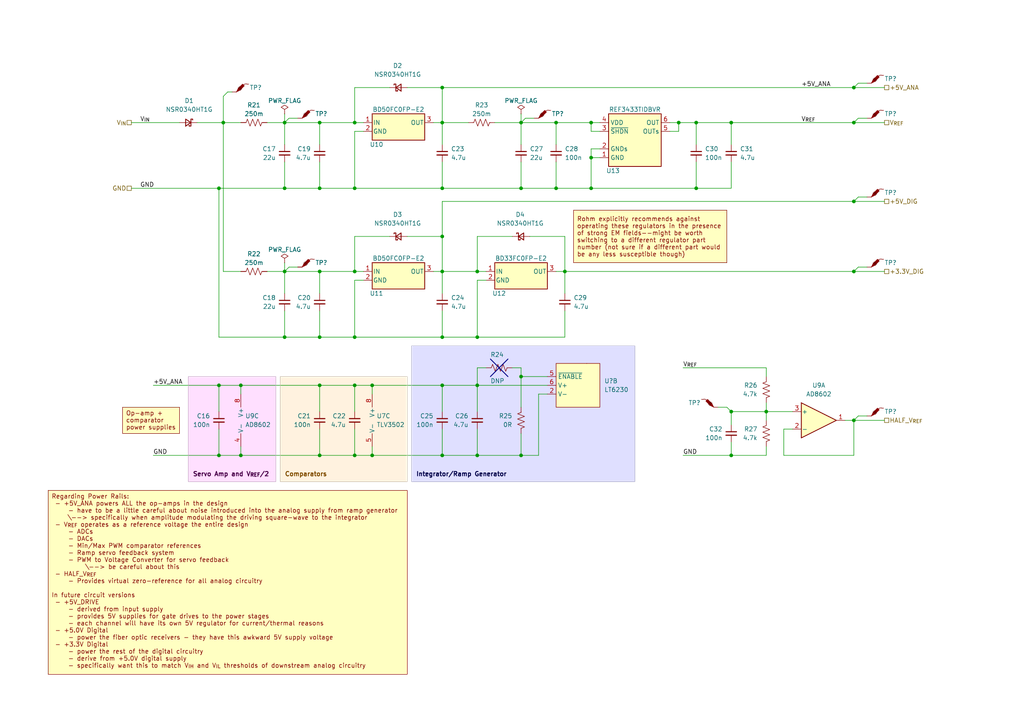
<source format=kicad_sch>
(kicad_sch (version 20230121) (generator eeschema)
  (paper "A4")
  (lib_symbols
    (symbol "Custom-AnalogIC:AD8602" (pin_names (offset 0.127))
      (property "Reference" "U" (at 0 5.08 0))
      (property "Value" "AD8602" (at 0 -5.08 0))
      (symbol "AD8602_1_1"
        (polyline (pts (xy -5.08 5.08) (xy 5.08 0) (xy -5.08 -5.08) (xy -5.08 5.08)) (stroke (width 0.254)) (fill (type background)))
        (pin output line (at 7.62 0 180) (length 2.54) (name "~") (number "1"))
        (pin input line (at -7.62 -2.54 0) (length 2.54) (name "-") (number "2"))
        (pin input line (at -7.62 2.54 0) (length 2.54) (name "+") (number "3"))
      )
      (symbol "AD8602_2_1"
        (polyline (pts (xy -5.08 5.08) (xy 5.08 0) (xy -5.08 -5.08) (xy -5.08 5.08)) (stroke (width 0.254)) (fill (type background)))
        (pin input line (at -7.62 2.54 0) (length 2.54) (name "+") (number "5"))
        (pin input line (at -7.62 -2.54 0) (length 2.54) (name "-") (number "6"))
        (pin output line (at 7.62 0 180) (length 2.54) (name "~") (number "7"))
      )
      (symbol "AD8602_3_1"
        (pin power_in line (at -2.54 -7.62 90) (length 3.81) (name "V-") (number "4"))
        (pin power_in line (at -2.54 7.62 270) (length 3.81) (name "V+") (number "8"))
      )
    )
    (symbol "Custom-AnalogIC:LT6230"
      (property "Reference" "U" (at -6.35 -7.62 0))
      (property "Value" "LT6230" (at -6.35 7.62 0))
      (symbol "LT6230_1_1"
        (polyline (pts (xy -3.81 5.08) (xy 6.35 0) (xy -3.81 -5.08) (xy -3.81 5.08)) (stroke (width 0.254)) (fill (type background)))
        (text "+" (at -2.54 2.54 0) (effects (font (size 1.27 1.27))))
        (text "-" (at -2.54 -2.54 0) (effects (font (size 1.27 1.27))))
        (pin output line (at 8.89 0 180) (length 2.54) (name "~") (number "1"))
        (pin input line (at -6.35 2.54 0) (length 2.54) (name "") (number "3"))
        (pin input line (at -6.35 -2.54 0) (length 2.54) (name "") (number "4"))
      )
      (symbol "LT6230_2_1"
        (rectangle (start -6.35 6.35) (end 6.35 -6.35) (fill (type background)))
        (rectangle (start 2.54 6.35) (end 2.54 6.35))
        (pin power_in line (at -8.89 -2.54 0) (length 2.54) (name "V-") (number "2"))
        (pin input line (at -8.89 2.54 0) (length 2.54) (name "~{ENABLE}") (number "5"))
        (pin power_in line (at -8.89 0 0) (length 2.54) (name "V+") (number "6"))
      )
    )
    (symbol "Custom-AnalogIC:REF3433"
      (property "Reference" "U" (at -6.35 8.89 0))
      (property "Value" "REF3433TIDBVR" (at 0 -8.89 0))
      (symbol "REF3433_0_1"
        (rectangle (start -7.62 7.62) (end 7.62 -7.62) (stroke (width 0.254)) (fill (type background)))
      )
      (symbol "REF3433_1_0"
        (pin power_in line (at -10.16 -5.08 0) (length 2.54) (name "GND") (number "1"))
        (pin input line (at -10.16 -2.54 0) (length 2.54) (name "GNDs") (number "2"))
        (pin input line (at -10.16 2.54 0) (length 2.54) (name "~{SHDN}") (number "3"))
        (pin power_in line (at -10.16 5.08 0) (length 2.54) (name "VDD") (number "4"))
        (pin input line (at 10.16 2.54 180) (length 2.54) (name "OUTs") (number "5"))
        (pin power_out line (at 10.16 5.08 180) (length 2.54) (name "OUT") (number "6"))
      )
    )
    (symbol "Custom-AnalogIC:TLV3502" (pin_names (offset 0.127))
      (property "Reference" "U" (at 0 5.08 0))
      (property "Value" "TLV3502" (at 0 -5.08 0))
      (symbol "TLV3502_1_1"
        (polyline (pts (xy -5.08 5.08) (xy 5.08 0) (xy -5.08 -5.08) (xy -5.08 5.08)) (stroke (width 0.254)) (fill (type background)))
        (pin input line (at -7.62 2.54 0) (length 2.54) (name "+") (number "1"))
        (pin input line (at -7.62 -2.54 0) (length 2.54) (name "-") (number "2"))
        (pin output line (at 7.62 0 180) (length 2.54) (name "~") (number "7"))
      )
      (symbol "TLV3502_2_1"
        (polyline (pts (xy -5.08 5.08) (xy 5.08 0) (xy -5.08 -5.08) (xy -5.08 5.08)) (stroke (width 0.254)) (fill (type background)))
        (pin input line (at -7.62 2.54 0) (length 2.54) (name "+") (number "3"))
        (pin input line (at -7.62 -2.54 0) (length 2.54) (name "-") (number "4"))
        (pin output line (at 7.62 0 180) (length 2.54) (name "~") (number "6"))
      )
      (symbol "TLV3502_3_1"
        (pin power_in line (at -2.54 -7.62 90) (length 3.81) (name "V-") (number "5"))
        (pin power_in line (at -2.54 7.62 270) (length 3.81) (name "V+") (number "8"))
      )
    )
    (symbol "Custom-Capacitor:CL10B104KB8NNWC" (pin_numbers hide) (pin_names (offset 0.254) hide)
      (property "Reference" "C" (at 0.254 1.778 0))
      (property "Value" "100n" (at 0.254 -2.032 0))
      (symbol "CL10B104KB8NNWC_0_1"
        (polyline (pts (xy -1.524 -0.508) (xy 1.524 -0.508)) (stroke (width 0.3302)))
        (polyline (pts (xy -1.524 0.508) (xy 1.524 0.508)) (stroke (width 0.3048)))
      )
      (symbol "CL10B104KB8NNWC_1_1"
        (pin passive line (at 0 2.54 270) (length 2.032) (name "~") (number "1"))
        (pin passive line (at 0 -2.54 90) (length 2.032) (name "~") (number "2"))
      )
    )
    (symbol "Custom-Capacitor:CL21A475KLCLQNC" (pin_numbers hide) (pin_names (offset 0.254) hide)
      (property "Reference" "C" (at 0.254 1.778 0))
      (property "Value" "4.7u" (at 0.254 -2.032 0))
      (symbol "CL21A475KLCLQNC_0_1"
        (polyline (pts (xy -1.524 -0.508) (xy 1.524 -0.508)) (stroke (width 0.3302)))
        (polyline (pts (xy -1.524 0.508) (xy 1.524 0.508)) (stroke (width 0.3048)))
      )
      (symbol "CL21A475KLCLQNC_1_1"
        (pin passive line (at 0 2.54 270) (length 2.032) (name "~") (number "1"))
        (pin passive line (at 0 -2.54 90) (length 2.032) (name "~") (number "2"))
      )
    )
    (symbol "Custom-Capacitor:CL32B226KAJNNNE" (pin_numbers hide) (pin_names (offset 0.254) hide)
      (property "Reference" "C" (at 0.254 1.778 0))
      (property "Value" "22u" (at 0.254 -2.032 0))
      (symbol "CL32B226KAJNNNE_0_1"
        (polyline (pts (xy -1.524 -0.508) (xy 1.524 -0.508)) (stroke (width 0.3302)))
        (polyline (pts (xy -1.524 0.508) (xy 1.524 0.508)) (stroke (width 0.3048)))
      )
      (symbol "CL32B226KAJNNNE_1_1"
        (pin passive line (at 0 2.54 270) (length 2.032) (name "~") (number "1"))
        (pin passive line (at 0 -2.54 90) (length 2.032) (name "~") (number "2"))
      )
    )
    (symbol "Custom-Diode:NSR0340HT1G" (pin_numbers hide) (pin_names (offset 1.016) hide)
      (property "Reference" "D" (at 0 2.54 0))
      (property "Value" "NSR0340HT1G" (at 0 -2.54 0))
      (symbol "NSR0340HT1G_0_1"
        (polyline (pts (xy -0.762 0) (xy 0.762 0)))
        (polyline (pts (xy 0.762 -1.016) (xy -0.762 0) (xy 0.762 1.016) (xy 0.762 -1.016)) (stroke (width 0.254)))
        (polyline (pts (xy -1.27 0.762) (xy -1.27 1.016) (xy -0.762 1.016) (xy -0.762 -1.016) (xy -0.254 -1.016) (xy -0.254 -0.762)) (stroke (width 0.254)))
      )
      (symbol "NSR0340HT1G_1_1"
        (pin passive line (at -2.54 0 0) (length 1.778) (name "K") (number "1"))
        (pin passive line (at 2.54 0 180) (length 1.778) (name "A") (number "2"))
      )
    )
    (symbol "Custom-LogicIC:TestPoint" (in_bom no)
      (property "Reference" "TP" (at 2.54 0 0))
      (symbol "TestPoint_1_1"
        (polyline (pts (xy -0.762 1.27) (xy 0 0.508)) (stroke (width 0) (color 72 0 0 1)))
        (polyline (pts (xy -0.508 1.524) (xy 0.254 0.762)) (stroke (width 0) (color 72 0 0 1)))
        (polyline (pts (xy -1.27 0) (xy -0.762 1.016) (xy -0.254 0.508) (xy -1.27 0)) (fill (type color) (color 132 0 0 1)))
        (polyline (pts (xy -0.762 1.016) (xy 0.508 2.286) (xy 1.016 1.778) (xy -0.254 0.508) (xy -0.762 1.016)) (fill (type color) (color 132 0 0 1)))
        (arc (start 1.778 2.286) (mid 1.2343 2.3019) (end 0.762 2.032))
        (arc (start 1.778 2.286) (mid 2.032 2.258) (end 2.286 2.286))
        (pin passive line (at -2.54 0 0) (length 1.27) (name "") (number "1"))
      )
    )
    (symbol "Custom-PowerIC:BD33FC0FP-E2" (pin_names (offset 0.254))
      (property "Reference" "U" (at -6.35 3.81 0))
      (property "Value" "BD33FC0FP-E2" (at -7.62 -6.35 0))
      (symbol "BD33FC0FP-E2_0_1"
        (rectangle (start -7.62 2.54) (end 7.62 -5.08) (stroke (width 0.254)) (fill (type background)))
      )
      (symbol "BD33FC0FP-E2_1_1"
        (pin power_in line (at -10.16 0 0) (length 2.54) (name "IN") (number "1"))
        (pin power_in line (at -10.16 -2.54 0) (length 2.54) (name "GND") (number "2"))
        (pin power_out line (at 10.16 0 180) (length 2.54) (name "OUT") (number "3"))
      )
    )
    (symbol "Custom-PowerIC:BD50FC0FP-E2" (pin_names (offset 0.254))
      (property "Reference" "U" (at -6.35 3.81 0))
      (property "Value" "BD50FC0FP-E2" (at -7.62 -6.35 0))
      (symbol "BD50FC0FP-E2_0_1"
        (rectangle (start -7.62 2.54) (end 7.62 -5.08) (stroke (width 0.254)) (fill (type background)))
      )
      (symbol "BD50FC0FP-E2_1_1"
        (pin power_in line (at -10.16 0 0) (length 2.54) (name "IN") (number "1"))
        (pin power_in line (at -10.16 -2.54 0) (length 2.54) (name "GND") (number "2"))
        (pin power_out line (at 10.16 0 180) (length 2.54) (name "OUT") (number "3"))
      )
    )
    (symbol "Custom-Resistor:CSR1206FKR250" (pin_numbers hide) (pin_names (offset 0))
      (property "Reference" "R" (at 2.54 0 90))
      (property "Value" "250m" (at -2.54 0 90))
      (symbol "CSR1206FKR250_0_1"
        (polyline (pts (xy 0 -2.286) (xy 0 -2.54)))
        (polyline (pts (xy 0 2.286) (xy 0 2.54)))
        (polyline (pts (xy 0 -0.762) (xy 1.016 -1.143) (xy 0 -1.524) (xy -1.016 -1.905) (xy 0 -2.286)))
        (polyline (pts (xy 0 0.762) (xy 1.016 0.381) (xy 0 0) (xy -1.016 -0.381) (xy 0 -0.762)))
        (polyline (pts (xy 0 2.286) (xy 1.016 1.905) (xy 0 1.524) (xy -1.016 1.143) (xy 0 0.762)))
      )
      (symbol "CSR1206FKR250_1_1"
        (pin passive line (at 0 3.81 270) (length 1.27) (name "~") (number "1"))
        (pin passive line (at 0 -3.81 90) (length 1.27) (name "~") (number "2"))
      )
    )
    (symbol "Custom-Resistor:JUMPER_DNP" (pin_numbers hide) (pin_names (offset 0))
      (property "Reference" "R" (at 2.54 0 90))
      (property "Value" "DNP" (at -2.54 0 90))
      (symbol "JUMPER_DNP_0_1"
        (polyline (pts (xy 0 -2.286) (xy 0 -2.54)))
        (polyline (pts (xy 0 2.286) (xy 0 2.54)))
        (polyline (pts (xy 0 -0.762) (xy 1.016 -1.143) (xy 0 -1.524) (xy -1.016 -1.905) (xy 0 -2.286)))
        (polyline (pts (xy 0 0.762) (xy 1.016 0.381) (xy 0 0) (xy -1.016 -0.381) (xy 0 -0.762)))
        (polyline (pts (xy 0 2.286) (xy 1.016 1.905) (xy 0 1.524) (xy -1.016 1.143) (xy 0 0.762)))
      )
      (symbol "JUMPER_DNP_1_1"
        (polyline (pts (xy -2.54 -2.54) (xy 2.54 2.54)) (stroke (width 0.254) (color 0 0 132 1)))
        (polyline (pts (xy -2.54 2.54) (xy 2.54 -2.54)) (stroke (width 0.254) (color 0 0 132 1)))
        (pin passive line (at 0 3.81 270) (length 1.27) (name "~") (number "1"))
        (pin passive line (at 0 -3.81 90) (length 1.27) (name "~") (number "2"))
      )
    )
    (symbol "Custom-Resistor:RMCF0603FT4K70" (pin_numbers hide) (pin_names (offset 0))
      (property "Reference" "R" (at 2.54 0 90))
      (property "Value" "4.7k" (at -2.54 0 90))
      (symbol "RMCF0603FT4K70_0_1"
        (polyline (pts (xy 0 -2.286) (xy 0 -2.54)))
        (polyline (pts (xy 0 2.286) (xy 0 2.54)))
        (polyline (pts (xy 0 -0.762) (xy 1.016 -1.143) (xy 0 -1.524) (xy -1.016 -1.905) (xy 0 -2.286)))
        (polyline (pts (xy 0 0.762) (xy 1.016 0.381) (xy 0 0) (xy -1.016 -0.381) (xy 0 -0.762)))
        (polyline (pts (xy 0 2.286) (xy 1.016 1.905) (xy 0 1.524) (xy -1.016 1.143) (xy 0 0.762)))
      )
      (symbol "RMCF0603FT4K70_1_1"
        (pin passive line (at 0 3.81 270) (length 1.27) (name "~") (number "1"))
        (pin passive line (at 0 -3.81 90) (length 1.27) (name "~") (number "2"))
      )
    )
    (symbol "Custom-Resistor:RMCF0603ZT0R00" (pin_numbers hide) (pin_names (offset 0))
      (property "Reference" "R" (at 2.54 0 90))
      (property "Value" "0R" (at -2.54 0 90))
      (symbol "RMCF0603ZT0R00_0_1"
        (polyline (pts (xy 0 -2.286) (xy 0 -2.54)))
        (polyline (pts (xy 0 2.286) (xy 0 2.54)))
        (polyline (pts (xy 0 -0.762) (xy 1.016 -1.143) (xy 0 -1.524) (xy -1.016 -1.905) (xy 0 -2.286)))
        (polyline (pts (xy 0 0.762) (xy 1.016 0.381) (xy 0 0) (xy -1.016 -0.381) (xy 0 -0.762)))
        (polyline (pts (xy 0 2.286) (xy 1.016 1.905) (xy 0 1.524) (xy -1.016 1.143) (xy 0 0.762)))
      )
      (symbol "RMCF0603ZT0R00_1_1"
        (pin passive line (at 0 3.81 270) (length 1.27) (name "~") (number "1"))
        (pin passive line (at 0 -3.81 90) (length 1.27) (name "~") (number "2"))
      )
    )
    (symbol "power:PWR_FLAG" (power) (pin_numbers hide) (pin_names (offset 0) hide)
      (property "Value" "PWR_FLAG" (at 0 3.81 0))
      (symbol "PWR_FLAG_0_0"
        (pin power_out line (at 0 0 90) (length 0) (name "pwr") (number "1"))
      )
      (symbol "PWR_FLAG_0_1"
        (polyline (pts (xy 0 0) (xy 0 1.27) (xy -1.016 1.905) (xy 0 2.54) (xy 1.016 1.905) (xy 0 1.27)))
      )
    )
  )
  (junction (at 163.83 78.74))
  (junction (at 138.43 111.76))
  (junction (at 151.13 35.56))
  (junction (at 247.65 78.74))
  (junction (at 92.71 111.76))
  (junction (at 102.87 111.76))
  (junction (at 102.87 35.56))
  (junction (at 107.95 111.76))
  (junction (at 102.87 97.79))
  (junction (at 201.93 54.61))
  (junction (at 212.09 35.56))
  (junction (at 92.71 132.08))
  (junction (at 171.45 35.56))
  (junction (at 128.27 35.56))
  (junction (at 82.55 78.74))
  (junction (at 212.09 132.08))
  (junction (at 92.71 78.74))
  (junction (at 161.29 35.56))
  (junction (at 82.55 54.61))
  (junction (at 171.45 45.72))
  (junction (at 92.71 35.56))
  (junction (at 151.13 132.08))
  (junction (at 161.29 54.61))
  (junction (at 212.09 119.38))
  (junction (at 138.43 97.79))
  (junction (at 138.43 78.74))
  (junction (at 102.87 78.74))
  (junction (at 64.77 35.56))
  (junction (at 196.85 35.56))
  (junction (at 128.27 111.76))
  (junction (at 222.25 119.38))
  (junction (at 128.27 97.79))
  (junction (at 201.93 35.56))
  (junction (at 107.95 132.08))
  (junction (at 102.87 132.08))
  (junction (at 82.55 97.79))
  (junction (at 138.43 132.08))
  (junction (at 247.65 58.42))
  (junction (at 63.5 111.76))
  (junction (at 128.27 25.4))
  (junction (at 69.85 111.76))
  (junction (at 92.71 97.79))
  (junction (at 247.65 35.56))
  (junction (at 92.71 54.61))
  (junction (at 102.87 54.61))
  (junction (at 171.45 54.61))
  (junction (at 151.13 109.22))
  (junction (at 128.27 68.58))
  (junction (at 63.5 54.61))
  (junction (at 128.27 78.74))
  (junction (at 247.65 25.4))
  (junction (at 247.65 121.92))
  (junction (at 128.27 54.61))
  (junction (at 151.13 54.61))
  (junction (at 69.85 132.08))
  (junction (at 82.55 35.56))
  (junction (at 128.27 132.08))
  (junction (at 63.5 132.08))
  (wire (pts (xy 248.92 120.65) (xy 251.46 120.65)))
  (wire (pts (xy 118.11 68.58) (xy 128.27 68.58)))
  (wire (pts (xy 194.31 38.1) (xy 196.85 38.1)))
  (wire (pts (xy 212.09 132.08) (xy 222.25 132.08)))
  (wire (pts (xy 171.45 35.56) (xy 171.45 38.1)))
  (wire (pts (xy 138.43 111.76) (xy 138.43 119.38)))
  (wire (pts (xy 151.13 35.56) (xy 152.4 34.29)))
  (wire (pts (xy 151.13 46.99) (xy 151.13 54.61)))
  (wire (pts (xy 44.45 132.08) (xy 63.5 132.08)))
  (wire (pts (xy 248.92 77.47) (xy 251.46 77.47)))
  (wire (pts (xy 82.55 90.17) (xy 82.55 97.79)))
  (wire (pts (xy 151.13 109.22) (xy 158.75 109.22)))
  (wire (pts (xy 38.1 54.61) (xy 63.5 54.61)))
  (wire (pts (xy 92.71 111.76) (xy 92.71 119.38)))
  (wire (pts (xy 222.25 119.38) (xy 222.25 121.92)))
  (wire (pts (xy 171.45 54.61) (xy 201.93 54.61)))
  (wire (pts (xy 248.92 34.29) (xy 251.46 34.29)))
  (wire (pts (xy 156.21 114.3) (xy 156.21 132.08)))
  (wire (pts (xy 63.5 54.61) (xy 63.5 97.79)))
  (wire (pts (xy 107.95 129.54) (xy 107.95 132.08)))
  (wire (pts (xy 163.83 78.74) (xy 163.83 85.09)))
  (wire (pts (xy 92.71 35.56) (xy 102.87 35.56)))
  (wire (pts (xy 92.71 90.17) (xy 92.71 97.79)))
  (wire (pts (xy 102.87 132.08) (xy 107.95 132.08)))
  (wire (pts (xy 102.87 111.76) (xy 102.87 119.38)))
  (wire (pts (xy 82.55 35.56) (xy 82.55 41.91)))
  (wire (pts (xy 77.47 35.56) (xy 82.55 35.56)))
  (wire (pts (xy 163.83 78.74) (xy 247.65 78.74)))
  (wire (pts (xy 212.09 128.27) (xy 212.09 132.08)))
  (wire (pts (xy 102.87 97.79) (xy 128.27 97.79)))
  (wire (pts (xy 151.13 109.22) (xy 151.13 106.68)))
  (wire (pts (xy 222.25 116.84) (xy 222.25 119.38)))
  (wire (pts (xy 201.93 35.56) (xy 196.85 35.56)))
  (wire (pts (xy 128.27 111.76) (xy 138.43 111.76)))
  (wire (pts (xy 125.73 35.56) (xy 128.27 35.56)))
  (wire (pts (xy 138.43 106.68) (xy 138.43 111.76)))
  (wire (pts (xy 63.5 97.79) (xy 82.55 97.79)))
  (wire (pts (xy 151.13 33.02) (xy 151.13 35.56)))
  (wire (pts (xy 69.85 111.76) (xy 92.71 111.76)))
  (wire (pts (xy 128.27 46.99) (xy 128.27 54.61)))
  (wire (pts (xy 201.93 46.99) (xy 201.93 54.61)))
  (wire (pts (xy 63.5 119.38) (xy 63.5 111.76)))
  (wire (pts (xy 102.87 111.76) (xy 107.95 111.76)))
  (wire (pts (xy 173.99 38.1) (xy 171.45 38.1)))
  (wire (pts (xy 212.09 119.38) (xy 222.25 119.38)))
  (wire (pts (xy 82.55 35.56) (xy 92.71 35.56)))
  (wire (pts (xy 171.45 45.72) (xy 173.99 45.72)))
  (wire (pts (xy 69.85 132.08) (xy 92.71 132.08)))
  (wire (pts (xy 92.71 78.74) (xy 92.71 85.09)))
  (wire (pts (xy 247.65 25.4) (xy 256.54 25.4)))
  (wire (pts (xy 138.43 124.46) (xy 138.43 132.08)))
  (wire (pts (xy 102.87 38.1) (xy 102.87 54.61)))
  (wire (pts (xy 151.13 132.08) (xy 156.21 132.08)))
  (wire (pts (xy 128.27 97.79) (xy 138.43 97.79)))
  (wire (pts (xy 171.45 35.56) (xy 173.99 35.56)))
  (wire (pts (xy 128.27 132.08) (xy 138.43 132.08)))
  (wire (pts (xy 107.95 111.76) (xy 107.95 114.3)))
  (wire (pts (xy 212.09 35.56) (xy 201.93 35.56)))
  (wire (pts (xy 247.65 58.42) (xy 256.54 58.42)))
  (wire (pts (xy 201.93 35.56) (xy 201.93 41.91)))
  (wire (pts (xy 201.93 54.61) (xy 212.09 54.61)))
  (wire (pts (xy 92.71 132.08) (xy 102.87 132.08)))
  (wire (pts (xy 161.29 78.74) (xy 163.83 78.74)))
  (wire (pts (xy 92.71 35.56) (xy 92.71 41.91)))
  (wire (pts (xy 151.13 125.73) (xy 151.13 132.08)))
  (wire (pts (xy 92.71 111.76) (xy 102.87 111.76)))
  (wire (pts (xy 212.09 35.56) (xy 247.65 35.56)))
  (wire (pts (xy 83.82 77.47) (xy 86.36 77.47)))
  (wire (pts (xy 140.97 81.28) (xy 138.43 81.28)))
  (wire (pts (xy 128.27 68.58) (xy 128.27 78.74)))
  (wire (pts (xy 82.55 78.74) (xy 83.82 77.47)))
  (wire (pts (xy 102.87 54.61) (xy 128.27 54.61)))
  (wire (pts (xy 151.13 106.68) (xy 148.59 106.68)))
  (wire (pts (xy 125.73 78.74) (xy 128.27 78.74)))
  (wire (pts (xy 248.92 24.13) (xy 251.46 24.13)))
  (wire (pts (xy 128.27 111.76) (xy 128.27 119.38)))
  (wire (pts (xy 212.09 119.38) (xy 210.82 118.11)))
  (wire (pts (xy 163.83 68.58) (xy 163.83 78.74)))
  (wire (pts (xy 69.85 129.54) (xy 69.85 132.08)))
  (wire (pts (xy 247.65 25.4) (xy 248.92 24.13)))
  (wire (pts (xy 138.43 81.28) (xy 138.43 97.79)))
  (wire (pts (xy 198.12 106.68) (xy 222.25 106.68)))
  (wire (pts (xy 82.55 46.99) (xy 82.55 54.61)))
  (wire (pts (xy 64.77 27.94) (xy 64.77 35.56)))
  (wire (pts (xy 247.65 121.92) (xy 245.11 121.92)))
  (wire (pts (xy 247.65 58.42) (xy 248.92 57.15)))
  (wire (pts (xy 222.25 129.54) (xy 222.25 132.08)))
  (wire (pts (xy 92.71 54.61) (xy 102.87 54.61)))
  (wire (pts (xy 57.15 35.56) (xy 64.77 35.56)))
  (wire (pts (xy 140.97 106.68) (xy 138.43 106.68)))
  (wire (pts (xy 212.09 119.38) (xy 212.09 123.19)))
  (wire (pts (xy 107.95 111.76) (xy 128.27 111.76)))
  (wire (pts (xy 82.55 35.56) (xy 83.82 34.29)))
  (wire (pts (xy 138.43 97.79) (xy 163.83 97.79)))
  (wire (pts (xy 222.25 119.38) (xy 229.87 119.38)))
  (wire (pts (xy 152.4 34.29) (xy 154.94 34.29)))
  (wire (pts (xy 102.87 68.58) (xy 113.03 68.58)))
  (wire (pts (xy 64.77 78.74) (xy 64.77 35.56)))
  (wire (pts (xy 105.41 81.28) (xy 102.87 81.28)))
  (wire (pts (xy 210.82 118.11) (xy 208.28 118.11)))
  (wire (pts (xy 196.85 38.1) (xy 196.85 35.56)))
  (wire (pts (xy 69.85 78.74) (xy 64.77 78.74)))
  (wire (pts (xy 173.99 43.18) (xy 171.45 43.18)))
  (wire (pts (xy 102.87 78.74) (xy 102.87 68.58)))
  (wire (pts (xy 102.87 78.74) (xy 105.41 78.74)))
  (wire (pts (xy 128.27 124.46) (xy 128.27 132.08)))
  (wire (pts (xy 247.65 121.92) (xy 248.92 120.65)))
  (wire (pts (xy 83.82 34.29) (xy 86.36 34.29)))
  (wire (pts (xy 161.29 35.56) (xy 171.45 35.56)))
  (wire (pts (xy 138.43 78.74) (xy 140.97 78.74)))
  (wire (pts (xy 138.43 68.58) (xy 148.59 68.58)))
  (wire (pts (xy 128.27 35.56) (xy 135.89 35.56)))
  (wire (pts (xy 247.65 35.56) (xy 248.92 34.29)))
  (wire (pts (xy 63.5 124.46) (xy 63.5 132.08)))
  (wire (pts (xy 248.92 57.15) (xy 251.46 57.15)))
  (wire (pts (xy 151.13 35.56) (xy 161.29 35.56)))
  (wire (pts (xy 82.55 76.2) (xy 82.55 78.74)))
  (wire (pts (xy 161.29 54.61) (xy 171.45 54.61)))
  (wire (pts (xy 128.27 35.56) (xy 128.27 41.91)))
  (wire (pts (xy 247.65 35.56) (xy 256.54 35.56)))
  (wire (pts (xy 38.1 35.56) (xy 52.07 35.56)))
  (wire (pts (xy 128.27 25.4) (xy 128.27 35.56)))
  (wire (pts (xy 171.45 45.72) (xy 171.45 54.61)))
  (wire (pts (xy 102.87 124.46) (xy 102.87 132.08)))
  (wire (pts (xy 247.65 78.74) (xy 256.54 78.74)))
  (wire (pts (xy 66.04 26.67) (xy 67.31 26.67)))
  (wire (pts (xy 143.51 35.56) (xy 151.13 35.56)))
  (wire (pts (xy 138.43 111.76) (xy 158.75 111.76)))
  (wire (pts (xy 92.71 124.46) (xy 92.71 132.08)))
  (wire (pts (xy 77.47 78.74) (xy 82.55 78.74)))
  (wire (pts (xy 107.95 132.08) (xy 128.27 132.08)))
  (wire (pts (xy 128.27 78.74) (xy 138.43 78.74)))
  (wire (pts (xy 63.5 132.08) (xy 69.85 132.08)))
  (wire (pts (xy 102.87 35.56) (xy 102.87 25.4)))
  (wire (pts (xy 247.65 121.92) (xy 256.54 121.92)))
  (wire (pts (xy 151.13 35.56) (xy 151.13 41.91)))
  (wire (pts (xy 138.43 132.08) (xy 151.13 132.08)))
  (wire (pts (xy 128.27 58.42) (xy 247.65 58.42)))
  (wire (pts (xy 63.5 54.61) (xy 82.55 54.61)))
  (wire (pts (xy 151.13 118.11) (xy 151.13 109.22)))
  (wire (pts (xy 163.83 90.17) (xy 163.83 97.79)))
  (wire (pts (xy 247.65 78.74) (xy 248.92 77.47)))
  (wire (pts (xy 63.5 111.76) (xy 69.85 111.76)))
  (wire (pts (xy 44.45 111.76) (xy 63.5 111.76)))
  (wire (pts (xy 82.55 33.02) (xy 82.55 35.56)))
  (wire (pts (xy 64.77 27.94) (xy 66.04 26.67)))
  (wire (pts (xy 212.09 41.91) (xy 212.09 35.56)))
  (wire (pts (xy 102.87 25.4) (xy 113.03 25.4)))
  (wire (pts (xy 92.71 97.79) (xy 102.87 97.79)))
  (wire (pts (xy 158.75 114.3) (xy 156.21 114.3)))
  (wire (pts (xy 64.77 35.56) (xy 69.85 35.56)))
  (wire (pts (xy 102.87 81.28) (xy 102.87 97.79)))
  (wire (pts (xy 198.12 132.08) (xy 212.09 132.08)))
  (wire (pts (xy 82.55 54.61) (xy 92.71 54.61)))
  (wire (pts (xy 247.65 132.08) (xy 247.65 121.92)))
  (wire (pts (xy 82.55 97.79) (xy 92.71 97.79)))
  (wire (pts (xy 229.87 124.46) (xy 227.33 124.46)))
  (wire (pts (xy 82.55 78.74) (xy 92.71 78.74)))
  (wire (pts (xy 227.33 132.08) (xy 247.65 132.08)))
  (wire (pts (xy 128.27 90.17) (xy 128.27 97.79)))
  (wire (pts (xy 212.09 54.61) (xy 212.09 46.99)))
  (wire (pts (xy 69.85 111.76) (xy 69.85 114.3)))
  (wire (pts (xy 151.13 54.61) (xy 161.29 54.61)))
  (wire (pts (xy 92.71 78.74) (xy 102.87 78.74)))
  (wire (pts (xy 128.27 25.4) (xy 247.65 25.4)))
  (wire (pts (xy 153.67 68.58) (xy 163.83 68.58)))
  (wire (pts (xy 128.27 54.61) (xy 151.13 54.61)))
  (wire (pts (xy 171.45 43.18) (xy 171.45 45.72)))
  (wire (pts (xy 161.29 35.56) (xy 161.29 41.91)))
  (wire (pts (xy 128.27 68.58) (xy 128.27 58.42)))
  (wire (pts (xy 102.87 35.56) (xy 105.41 35.56)))
  (wire (pts (xy 118.11 25.4) (xy 128.27 25.4)))
  (wire (pts (xy 161.29 46.99) (xy 161.29 54.61)))
  (wire (pts (xy 105.41 38.1) (xy 102.87 38.1)))
  (wire (pts (xy 138.43 78.74) (xy 138.43 68.58)))
  (wire (pts (xy 128.27 78.74) (xy 128.27 85.09)))
  (wire (pts (xy 92.71 46.99) (xy 92.71 54.61)))
  (wire (pts (xy 222.25 106.68) (xy 222.25 109.22)))
  (wire (pts (xy 82.55 78.74) (xy 82.55 85.09)))
  (wire (pts (xy 227.33 124.46) (xy 227.33 132.08)))
  (wire (pts (xy 194.31 35.56) (xy 196.85 35.56)))
  (rectangle (start 54.61 109.22) (end 80.01 139.7) (stroke (width 0) (color 200 175 200 1)) (fill (type color) (color 255 223 255 1)))
  (rectangle (start 119.38 100.33) (end 184.15 139.7) (stroke (width 0) (color 175 175 200 1)) (fill (type color) (color 223 223 255 1)))
  (rectangle (start 81.28 109.22) (end 118.11 139.7) (stroke (width 0) (color 200 190 175 1)) (fill (type color) (color 255 242 223 1)))
  (text_box "Rohm explicitly recommends against operating these regulators in the presence of strong EM fields--might be worth switching to a different regulator part number (not sure if a different part would be any less susceptible though)" (at 166.37 60.96 0) (size 44.45 15.24) (stroke (width 0) (color 132 0 0 1)) (fill (type color) (color 255 255 194 1)) (effects (font (size 1.27 1.27)) (justify left)))
  (text_box "Regarding Power Rails:\n - +5V_ANA powers ALL the op-amps in the design\n 	- have to be a little careful about noise introduced into the analog supply from ramp generator\n	\\--> specifically when amplitude modulating the driving square-wave to the integrator\n - V_{REF} operates as a reference voltage the entire design\n	- ADCs\n	- DACs\n	- Min/Max PWM comparator references\n	- Ramp servo feedback system\n	- PWM to Voltage Converter for servo feedback\n		\\--> be careful about this\n - HALF_V_{REF}\n	- Provides virtual zero-reference for all analog circuitry\n\nIn future circuit versions\n - +5V_DRIVE\n	- derived from input supply\n	- provides 5V supplies for gate drives to the power stages\n	- each channel will have its own 5V regulator for current/thermal reasons\n - +5.0V Digital\n	- power the fiber optic receivers - they have this awkward 5V supply voltage\n - +3.3V Digital \n	- power the rest of the digital circuitry\n	- derive from +5.0V digital supply\n	- specifically want this to match V_{IH} and V_{IL} thresholds of downstream analog circuitry" (at 13.97 142.24 0) (size 104.14 53.34) (stroke (width 0) (color 132 0 0 1)) (fill (type color) (color 255 255 194 1)) (effects (font (size 1.27 1.27)) (justify left top)))
  (text_box "Op-amp + comparator power supplies" (at 35.56 118.11 0) (size 16.51 7.62) (stroke (width 0) (color 132 0 0 1)) (fill (type color) (color 255 255 194 1)) (effects (font (size 1.27 1.27)) (justify left top)))
  (text "Servo Amp and V_{REF}/2" (at 55.88 138.43 0) (effects (font (size 1.27 1.27) (thickness 0.254) bold) (justify left bottom)))
  (text "Integrator/Ramp Generator" (at 120.65 138.43 0) (effects (font (size 1.27 1.27) (thickness 0.254) bold) (justify left bottom)))
  (text "Comparators" (at 82.55 138.43 0) (effects (font (size 1.27 1.27) (thickness 0.254) bold) (justify left bottom)))
  (label "V_{IN}" (at 40.64 35.56 0))
  (label "GND" (at 44.45 132.08 0))
  (label "V_{REF}" (at 198.12 106.68 0))
  (label "+5V_ANA" (at 232.41 25.4 0))
  (label "GND" (at 198.12 132.08 0))
  (label "V_{REF}" (at 232.41 35.56 0))
  (label "+5V_ANA" (at 44.45 111.76 0))
  (label "GND" (at 40.64 54.61 0))
  (hierarchical_label "+5V_DIG" (shape passive) (at 256.54 58.42 0))
  (hierarchical_label "+3.3V_DIG" (shape passive) (at 256.54 78.74 0))
  (hierarchical_label "+5V_ANA" (shape passive) (at 256.54 25.4 0))
  (hierarchical_label "V_{IN}" (shape passive) (at 38.1 35.56 180))
  (hierarchical_label "V_{REF}" (shape passive) (at 256.54 35.56 0))
  (hierarchical_label "HALF_V_{REF}" (shape passive) (at 256.54 121.92 0))
  (hierarchical_label "GND" (shape passive) (at 38.1 54.61 180))
  (symbol (lib_id "Custom-PowerIC:BD50FC0FP-E2") (at 115.57 78.74 0) (unit 1)
    (property "Reference" "U11" (at 109.22 85.09 0))
    (property "Value" "BD50FC0FP-E2" (at 115.57 74.93 0))
    (property "Footprint" "Package_TO_SOT_SMD:TO-252-2" (effects hide))
    (property "Datasheet" "https://fscdn.rohm.com/en/products/databook/datasheet/ic/power/linear_regulator/bdxxfc0wefj-e.pdf" (effects hide))
    (property "Manufacturer" "Rohm Semiconductor" (effects hide))
    (property "Part Number" "BD50FC0FP-E2" (effects hide))
  )
  (symbol (lib_id "Custom-Diode:NSR0340HT1G") (at 115.57 25.4 0) (unit 1)
    (property "Reference" "D2" (at 115.316 19.05 0))
    (property "Value" "NSR0340HT1G" (at 115.316 21.59 0))
    (property "Footprint" "Diode_SMD:D_SOD-323_HandSoldering" (effects hide))
    (property "Datasheet" "https://www.onsemi.com/pdf/datasheet/nsr0340h-d.pdf" (effects hide))
    (property "Manufacturer" "onsemi" (effects hide))
    (property "Part Number" "NSR0340HT1G" (effects hide))
  )
  (symbol (lib_id "Custom-PowerIC:BD33FC0FP-E2") (at 151.13 78.74 0) (unit 1)
    (property "Reference" "U12" (at 144.78 85.09 0))
    (property "Value" "BD33FC0FP-E2" (at 151.13 74.93 0))
    (property "Footprint" "Package_TO_SOT_SMD:TO-252-2" (effects hide))
    (property "Datasheet" "https://fscdn.rohm.com/en/products/databook/datasheet/ic/power/linear_regulator/bdxxfc0wefj-e.pdf" (effects hide))
    (property "Manufacturer" "Rohm Semiconductor" (effects hide))
    (property "Part Number" "BD33FC0FP-E2" (effects hide))
  )
  (symbol (lib_id "Custom-Capacitor:CL10B104KB8NNWC") (at 161.29 44.45 0) (unit 1)
    (property "Reference" "C28" (at 163.83 43.1863 0) (effects (justify left)))
    (property "Value" "100n" (at 163.83 45.7263 0) (effects (justify left)))
    (property "Footprint" "Capacitor_SMD:C_0603_1608Metric_Pad1.08x0.95mm_HandSolder" (effects hide))
    (property "Datasheet" "https://product.samsungsem.com/mlcc/CL31B106KAHNFN.do" (effects hide))
    (property "Manufacturer" "Samsung Electro-Mechanics" (effects hide))
    (property "Part Number" "CL10B104KB8NNWC" (effects hide))
  )
  (symbol (lib_id "Custom-LogicIC:TestPoint") (at 254 34.29 0) (unit 1) (in_bom no)
    (property "Reference" "TP?" (at 256.54 33.02 0) (effects (justify left)))
    (property "Value" "-" (effects hide))
    (property "Footprint" "TestPoint:TestPoint_Pad_D2.0mm" (effects hide))
    (instances (project "PWM Ramp Gen Prototype" (path "" (reference "TP?") (unit 1)) (path "" (reference "TP33") (unit 1))))
  )
  (symbol (lib_id "Custom-Capacitor:CL32B226KAJNNNE") (at 82.55 87.63 0) (mirror y) (unit 1)
    (property "Reference" "C18" (at 80.01 86.3663 0) (effects (justify left)))
    (property "Value" "22u" (at 80.01 88.9063 0) (effects (justify left)))
    (property "Footprint" "Capacitor_SMD:C_1210_3225Metric_Pad1.33x2.70mm_HandSolder" (effects hide))
    (property "Datasheet" "https://product.samsungsem.com/mlcc/CL32B226KAJNNN.do" (effects hide))
    (property "Manufacturer" "Samsung Electro-Mechanics" (effects hide))
    (property "Part Number" "CL32B226KAJNNNE" (effects hide))
  )
  (symbol (lib_id "power:PWR_FLAG") (at 82.55 76.2 0) (unit 1)
    (property "Reference" "#FLG03" (effects hide))
    (property "Value" "PWR_FLAG" (at 82.55 72.39 0))
  )
  (symbol (lib_id "Custom-Resistor:CSR1206FKR250") (at 73.66 78.74 90) (unit 1)
    (property "Reference" "R22" (at 73.66 73.66 90))
    (property "Value" "250m" (at 73.66 76.2 90))
    (property "Footprint" "Resistor_SMD:R_1206_3216Metric_Pad1.30x1.75mm_HandSolder" (effects hide))
    (property "Datasheet" "https://www.seielect.com/catalog/sei-csr_csrn.pdf" (effects hide))
    (property "Manufacturer" "Stackpole Electronics Inc" (effects hide))
    (property "Part Number" "CSR1206FKR250" (effects hide))
  )
  (symbol (lib_id "Custom-Resistor:RMCF0603FT4K70") (at 222.25 113.03 0) (mirror y) (unit 1)
    (property "Reference" "R26" (at 219.71 111.76 0) (effects (justify left)))
    (property "Value" "4.7k" (at 219.71 114.3 0) (effects (justify left)))
    (property "Footprint" "Resistor_SMD:R_0603_1608Metric_Pad0.98x0.95mm_HandSolder" (effects hide))
    (property "Datasheet" "https://www.seielect.com/Catalog/SEI-RMCF_RMCP.pdf" (effects hide))
    (property "Manufacturer" "Stackpole Electronics Inc" (effects hide))
    (property "Part Number" "RMCF0603FT4K70" (effects hide))
  )
  (symbol (lib_id "Custom-LogicIC:TestPoint") (at 88.9 77.47 0) (unit 1) (in_bom no)
    (property "Reference" "TP?" (at 91.44 76.2 0) (effects (justify left)))
    (property "Value" "-" (effects hide))
    (property "Footprint" "TestPoint:TestPoint_Pad_D2.0mm" (effects hide))
    (instances (project "PWM Ramp Gen Prototype" (path "" (reference "TP?") (unit 1)) (path "" (reference "TP29") (unit 1))))
  )
  (symbol (lib_id "Custom-Capacitor:CL21A475KLCLQNC") (at 163.83 87.63 0) (unit 1)
    (property "Reference" "C29" (at 166.37 86.3663 0) (effects (justify left)))
    (property "Value" "4.7u" (at 166.37 88.9063 0) (effects (justify left)))
    (property "Footprint" "Capacitor_SMD:C_0805_2012Metric_Pad1.18x1.45mm_HandSolder" (effects hide))
    (property "Datasheet" "https://media.digikey.com/pdf/Data%20Sheets/Samsung%20PDFs/CL21A475KLCLQNC_Spec.pdf" (effects hide))
    (property "Manufacturer" "Samsung Electro-Mechanics" (effects hide))
    (property "Part Number" "CL21A475KLCLQNC" (effects hide))
  )
  (symbol (lib_id "Custom-AnalogIC:AD8602") (at 72.39 121.92 0) (unit 3)
    (property "Reference" "U9" (at 71.12 120.65 0) (effects (justify left)))
    (property "Value" "AD8602" (at 71.12 123.19 0) (effects (justify left)))
    (property "Footprint" "Package_SO:MSOP-8_3x3mm_P0.65mm" (effects hide))
    (property "Datasheet" "https://www.analog.com/media/en/technical-documentation/data-sheets/AD8601_8602_8604.pdf" (effects hide))
    (property "Manufacturer" "Analog Devices Inc." (effects hide))
    (property "Part Number" "AD8602ARMZ-REEL" (effects hide))
  )
  (symbol (lib_id "Custom-Resistor:CSR1206FKR250") (at 73.66 35.56 90) (unit 1)
    (property "Reference" "R21" (at 73.66 30.48 90))
    (property "Value" "250m" (at 73.66 33.02 90))
    (property "Footprint" "Resistor_SMD:R_1206_3216Metric_Pad1.30x1.75mm_HandSolder" (effects hide))
    (property "Datasheet" "https://www.seielect.com/catalog/sei-csr_csrn.pdf" (effects hide))
    (property "Manufacturer" "Stackpole Electronics Inc" (effects hide))
    (property "Part Number" "CSR1206FKR250" (effects hide))
  )
  (symbol (lib_id "Custom-Resistor:RMCF0603ZT0R00") (at 151.13 121.92 0) (mirror x) (unit 1)
    (property "Reference" "R25" (at 148.59 120.65 0) (effects (justify right)))
    (property "Value" "0R" (at 148.59 123.19 0) (effects (justify right)))
    (property "Footprint" "Resistor_SMD:R_0603_1608Metric_Pad0.98x0.95mm_HandSolder" (effects hide))
    (property "Datasheet" "https://www.seielect.com/Catalog/SEI-RMCF_RMCP.pdf" (effects hide))
    (property "Manufacturer" "Stackpole Electronics Inc" (effects hide))
    (property "Part Number" "RMCF0603ZT0R00" (effects hide))
  )
  (symbol (lib_id "Custom-LogicIC:TestPoint") (at 157.48 34.29 0) (unit 1) (in_bom no)
    (property "Reference" "TP?" (at 160.02 33.02 0) (effects (justify left)))
    (property "Value" "-" (effects hide))
    (property "Footprint" "TestPoint:TestPoint_Pad_D2.0mm" (effects hide))
    (instances (project "PWM Ramp Gen Prototype" (path "" (reference "TP?") (unit 1)) (path "" (reference "TP30") (unit 1))))
  )
  (symbol (lib_id "Custom-AnalogIC:REF3433") (at 184.15 40.64 0) (unit 1)
    (property "Reference" "U13" (at 177.8 49.53 0))
    (property "Value" "REF3433TIDBVR" (at 184.15 31.75 0))
    (property "Footprint" "Package_TO_SOT_SMD:SOT-23-6" (effects hide))
    (property "Datasheet" "https://www.ti.com/lit/ds/symlink/ref3425.pdf" (effects hide))
    (property "Manufacturer" "Texas Instruments" (effects hide))
    (property "Part Number" "REF3433TIDBVR" (effects hide))
  )
  (symbol (lib_id "Custom-Capacitor:CL21A475KLCLQNC") (at 102.87 121.92 0) (mirror y) (unit 1)
    (property "Reference" "C22" (at 100.33 120.6563 0) (effects (justify left)))
    (property "Value" "4.7u" (at 100.33 123.1963 0) (effects (justify left)))
    (property "Footprint" "Capacitor_SMD:C_0805_2012Metric_Pad1.18x1.45mm_HandSolder" (effects hide))
    (property "Datasheet" "https://media.digikey.com/pdf/Data%20Sheets/Samsung%20PDFs/CL21A475KLCLQNC_Spec.pdf" (effects hide))
    (property "Manufacturer" "Samsung Electro-Mechanics" (effects hide))
    (property "Part Number" "CL21A475KLCLQNC" (effects hide))
  )
  (symbol (lib_id "Custom-Capacitor:CL21A475KLCLQNC") (at 92.71 44.45 0) (mirror y) (unit 1)
    (property "Reference" "C19" (at 90.17 43.1863 0) (effects (justify left)))
    (property "Value" "4.7u" (at 90.17 45.7263 0) (effects (justify left)))
    (property "Footprint" "Capacitor_SMD:C_0805_2012Metric_Pad1.18x1.45mm_HandSolder" (effects hide))
    (property "Datasheet" "https://media.digikey.com/pdf/Data%20Sheets/Samsung%20PDFs/CL21A475KLCLQNC_Spec.pdf" (effects hide))
    (property "Manufacturer" "Samsung Electro-Mechanics" (effects hide))
    (property "Part Number" "CL21A475KLCLQNC" (effects hide))
  )
  (symbol (lib_id "Custom-Capacitor:CL32B226KAJNNNE") (at 82.55 44.45 0) (mirror y) (unit 1)
    (property "Reference" "C17" (at 80.01 43.1863 0) (effects (justify left)))
    (property "Value" "22u" (at 80.01 45.7263 0) (effects (justify left)))
    (property "Footprint" "Capacitor_SMD:C_1210_3225Metric_Pad1.33x2.70mm_HandSolder" (effects hide))
    (property "Datasheet" "https://product.samsungsem.com/mlcc/CL32B226KAJNNN.do" (effects hide))
    (property "Manufacturer" "Samsung Electro-Mechanics" (effects hide))
    (property "Part Number" "CL32B226KAJNNNE" (effects hide))
  )
  (symbol (lib_id "Custom-LogicIC:TestPoint") (at 254 57.15 0) (unit 1) (in_bom no)
    (property "Reference" "TP?" (at 256.54 55.88 0) (effects (justify left)))
    (property "Value" "-" (effects hide))
    (property "Footprint" "TestPoint:TestPoint_Pad_D2.0mm" (effects hide))
    (instances (project "PWM Ramp Gen Prototype" (path "" (reference "TP?") (unit 1)) (path "" (reference "TP34") (unit 1))))
  )
  (symbol (lib_id "Custom-LogicIC:TestPoint") (at 69.85 26.67 0) (unit 1) (in_bom no)
    (property "Reference" "TP?" (at 72.39 25.4 0) (effects (justify left)))
    (property "Value" "-" (effects hide))
    (property "Footprint" "TestPoint:TestPoint_Pad_D2.0mm" (effects hide))
    (instances (project "PWM Ramp Gen Prototype" (path "" (reference "TP?") (unit 1)) (path "" (reference "TP27") (unit 1))))
  )
  (symbol (lib_id "Custom-Capacitor:CL32B226KAJNNNE") (at 151.13 44.45 0) (unit 1)
    (property "Reference" "C27" (at 153.67 43.1863 0) (effects (justify left)))
    (property "Value" "22u" (at 153.67 45.7263 0) (effects (justify left)))
    (property "Footprint" "Capacitor_SMD:C_1210_3225Metric_Pad1.33x2.70mm_HandSolder" (effects hide))
    (property "Datasheet" "https://product.samsungsem.com/mlcc/CL32B226KAJNNN.do" (effects hide))
    (property "Manufacturer" "Samsung Electro-Mechanics" (effects hide))
    (property "Part Number" "CL32B226KAJNNNE" (effects hide))
  )
  (symbol (lib_id "Custom-Capacitor:CL10B104KB8NNWC") (at 212.09 125.73 0) (unit 1)
    (property "Reference" "C32" (at 209.55 124.4663 0) (effects (justify right)))
    (property "Value" "100n" (at 209.55 127.0063 0) (effects (justify right)))
    (property "Footprint" "Capacitor_SMD:C_0603_1608Metric_Pad1.08x0.95mm_HandSolder" (effects hide))
    (property "Datasheet" "https://product.samsungsem.com/mlcc/CL31B106KAHNFN.do" (effects hide))
    (property "Manufacturer" "Samsung Electro-Mechanics" (effects hide))
    (property "Part Number" "CL10B104KB8NNWC" (effects hide))
  )
  (symbol (lib_id "Custom-LogicIC:TestPoint") (at 254 77.47 0) (unit 1) (in_bom no)
    (property "Reference" "TP?" (at 256.54 76.2 0) (effects (justify left)))
    (property "Value" "-" (effects hide))
    (property "Footprint" "TestPoint:TestPoint_Pad_D2.0mm" (effects hide))
    (instances (project "PWM Ramp Gen Prototype" (path "" (reference "TP?") (unit 1)) (path "" (reference "TP35") (unit 1))))
  )
  (symbol (lib_id "Custom-Resistor:RMCF0603FT4K70") (at 222.25 125.73 0) (mirror y) (unit 1)
    (property "Reference" "R27" (at 219.71 124.46 0) (effects (justify left)))
    (property "Value" "4.7k" (at 219.71 127 0) (effects (justify left)))
    (property "Footprint" "Resistor_SMD:R_0603_1608Metric_Pad0.98x0.95mm_HandSolder" (effects hide))
    (property "Datasheet" "https://www.seielect.com/Catalog/SEI-RMCF_RMCP.pdf" (effects hide))
    (property "Manufacturer" "Stackpole Electronics Inc" (effects hide))
    (property "Part Number" "RMCF0603FT4K70" (effects hide))
  )
  (symbol (lib_id "Custom-Diode:NSR0340HT1G") (at 151.13 68.58 0) (unit 1)
    (property "Reference" "D4" (at 150.876 62.23 0))
    (property "Value" "NSR0340HT1G" (at 150.876 64.77 0))
    (property "Footprint" "Diode_SMD:D_SOD-323_HandSoldering" (effects hide))
    (property "Datasheet" "https://www.onsemi.com/pdf/datasheet/nsr0340h-d.pdf" (effects hide))
    (property "Manufacturer" "onsemi" (effects hide))
    (property "Part Number" "NSR0340HT1G" (effects hide))
  )
  (symbol (lib_id "Custom-LogicIC:TestPoint") (at 88.9 34.29 0) (unit 1) (in_bom no)
    (property "Reference" "TP?" (at 91.44 33.02 0) (effects (justify left)))
    (property "Value" "-" (effects hide))
    (property "Footprint" "TestPoint:TestPoint_Pad_D2.0mm" (effects hide))
    (instances (project "PWM Ramp Gen Prototype" (path "" (reference "TP?") (unit 1)) (path "" (reference "TP28") (unit 1))))
  )
  (symbol (lib_id "Custom-Diode:NSR0340HT1G") (at 54.61 35.56 0) (mirror y) (unit 1)
    (property "Reference" "D1" (at 54.864 29.21 0))
    (property "Value" "NSR0340HT1G" (at 54.864 31.75 0))
    (property "Footprint" "Diode_SMD:D_SOD-323_HandSoldering" (effects hide))
    (property "Datasheet" "https://www.onsemi.com/pdf/datasheet/nsr0340h-d.pdf" (effects hide))
    (property "Manufacturer" "onsemi" (effects hide))
    (property "Part Number" "NSR0340HT1G" (effects hide))
  )
  (symbol (lib_id "Custom-Capacitor:CL21A475KLCLQNC") (at 92.71 87.63 0) (mirror y) (unit 1)
    (property "Reference" "C20" (at 90.17 86.3663 0) (effects (justify left)))
    (property "Value" "4.7u" (at 90.17 88.9063 0) (effects (justify left)))
    (property "Footprint" "Capacitor_SMD:C_0805_2012Metric_Pad1.18x1.45mm_HandSolder" (effects hide))
    (property "Datasheet" "https://media.digikey.com/pdf/Data%20Sheets/Samsung%20PDFs/CL21A475KLCLQNC_Spec.pdf" (effects hide))
    (property "Manufacturer" "Samsung Electro-Mechanics" (effects hide))
    (property "Part Number" "CL21A475KLCLQNC" (effects hide))
  )
  (symbol (lib_id "power:PWR_FLAG") (at 151.13 33.02 0) (mirror y) (unit 1)
    (property "Reference" "#FLG04" (effects hide))
    (property "Value" "PWR_FLAG" (at 151.13 29.21 0))
  )
  (symbol (lib_id "Custom-Diode:NSR0340HT1G") (at 115.57 68.58 0) (unit 1)
    (property "Reference" "D3" (at 115.316 62.23 0))
    (property "Value" "NSR0340HT1G" (at 115.316 64.77 0))
    (property "Footprint" "Diode_SMD:D_SOD-323_HandSoldering" (effects hide))
    (property "Datasheet" "https://www.onsemi.com/pdf/datasheet/nsr0340h-d.pdf" (effects hide))
    (property "Manufacturer" "onsemi" (effects hide))
    (property "Part Number" "NSR0340HT1G" (effects hide))
  )
  (symbol (lib_id "Custom-AnalogIC:AD8602") (at 237.49 121.92 0) (unit 1)
    (property "Reference" "U9" (at 237.49 111.76 0))
    (property "Value" "AD8602" (at 237.49 114.3 0))
    (property "Footprint" "Package_SO:MSOP-8_3x3mm_P0.65mm" (effects hide))
    (property "Datasheet" "https://www.analog.com/media/en/technical-documentation/data-sheets/AD8601_8602_8604.pdf" (effects hide))
    (property "Manufacturer" "Analog Devices Inc." (effects hide))
    (property "Part Number" "AD8602ARMZ-REEL" (effects hide))
  )
  (symbol (lib_id "Custom-Capacitor:CL21A475KLCLQNC") (at 128.27 87.63 0) (unit 1)
    (property "Reference" "C24" (at 130.81 86.3663 0) (effects (justify left)))
    (property "Value" "4.7u" (at 130.81 88.9063 0) (effects (justify left)))
    (property "Footprint" "Capacitor_SMD:C_0805_2012Metric_Pad1.18x1.45mm_HandSolder" (effects hide))
    (property "Datasheet" "https://media.digikey.com/pdf/Data%20Sheets/Samsung%20PDFs/CL21A475KLCLQNC_Spec.pdf" (effects hide))
    (property "Manufacturer" "Samsung Electro-Mechanics" (effects hide))
    (property "Part Number" "CL21A475KLCLQNC" (effects hide))
  )
  (symbol (lib_id "Custom-Capacitor:CL10B104KB8NNWC") (at 128.27 121.92 0) (unit 1)
    (property "Reference" "C25" (at 125.73 120.6563 0) (effects (justify right)))
    (property "Value" "100n" (at 125.73 123.1963 0) (effects (justify right)))
    (property "Footprint" "Capacitor_SMD:C_0603_1608Metric_Pad1.08x0.95mm_HandSolder" (effects hide))
    (property "Datasheet" "https://product.samsungsem.com/mlcc/CL31B106KAHNFN.do" (effects hide))
    (property "Manufacturer" "Samsung Electro-Mechanics" (effects hide))
    (property "Part Number" "CL10B104KB8NNWC" (effects hide))
  )
  (symbol (lib_id "Custom-Capacitor:CL10B104KB8NNWC") (at 201.93 44.45 0) (unit 1)
    (property "Reference" "C30" (at 204.47 43.1863 0) (effects (justify left)))
    (property "Value" "100n" (at 204.47 45.7263 0) (effects (justify left)))
    (property "Footprint" "Capacitor_SMD:C_0603_1608Metric_Pad1.08x0.95mm_HandSolder" (effects hide))
    (property "Datasheet" "https://product.samsungsem.com/mlcc/CL31B106KAHNFN.do" (effects hide))
    (property "Manufacturer" "Samsung Electro-Mechanics" (effects hide))
    (property "Part Number" "CL10B104KB8NNWC" (effects hide))
  )
  (symbol (lib_id "Custom-Capacitor:CL21A475KLCLQNC") (at 138.43 121.92 0) (mirror y) (unit 1)
    (property "Reference" "C26" (at 135.89 120.6563 0) (effects (justify left)))
    (property "Value" "4.7u" (at 135.89 123.1963 0) (effects (justify left)))
    (property "Footprint" "Capacitor_SMD:C_0805_2012Metric_Pad1.18x1.45mm_HandSolder" (effects hide))
    (property "Datasheet" "https://media.digikey.com/pdf/Data%20Sheets/Samsung%20PDFs/CL21A475KLCLQNC_Spec.pdf" (effects hide))
    (property "Manufacturer" "Samsung Electro-Mechanics" (effects hide))
    (property "Part Number" "CL21A475KLCLQNC" (effects hide))
  )
  (symbol (lib_id "Custom-AnalogIC:TLV3502") (at 110.49 121.92 0) (unit 3)
    (property "Reference" "U7" (at 109.22 120.65 0) (effects (justify left)))
    (property "Value" "TLV3502" (at 109.22 123.19 0) (effects (justify left)))
    (property "Footprint" "Package_SO:SOIC-8_3.9x4.9mm_P1.27mm" (effects hide))
    (property "Datasheet" "https://www.ti.com/lit/ds/symlink/tlv3501.pdf" (effects hide))
    (property "Manufacturer" "Texas Instruments" (effects hide))
    (property "Part Number" "TLV3502AIDR" (effects hide))
  )
  (symbol (lib_id "Custom-Capacitor:CL21A475KLCLQNC") (at 212.09 44.45 0) (unit 1)
    (property "Reference" "C31" (at 214.63 43.1863 0) (effects (justify left)))
    (property "Value" "4.7u" (at 214.63 45.7263 0) (effects (justify left)))
    (property "Footprint" "Capacitor_SMD:C_0805_2012Metric_Pad1.18x1.45mm_HandSolder" (effects hide))
    (property "Datasheet" "https://media.digikey.com/pdf/Data%20Sheets/Samsung%20PDFs/CL21A475KLCLQNC_Spec.pdf" (effects hide))
    (property "Manufacturer" "Samsung Electro-Mechanics" (effects hide))
    (property "Part Number" "CL21A475KLCLQNC" (effects hide))
  )
  (symbol (lib_id "Custom-LogicIC:TestPoint") (at 254 120.65 0) (unit 1) (in_bom no)
    (property "Reference" "TP?" (at 256.54 119.38 0) (effects (justify left)))
    (property "Value" "-" (effects hide))
    (property "Footprint" "TestPoint:TestPoint_Pad_D2.0mm" (effects hide))
    (instances (project "PWM Ramp Gen Prototype" (path "" (reference "TP?") (unit 1)) (path "" (reference "TP36") (unit 1))))
  )
  (symbol (lib_id "Custom-LogicIC:TestPoint") (at 254 24.13 0) (unit 1) (in_bom no)
    (property "Reference" "TP?" (at 256.54 22.86 0) (effects (justify left)))
    (property "Value" "-" (effects hide))
    (property "Footprint" "TestPoint:TestPoint_Pad_D2.0mm" (effects hide))
    (instances (project "PWM Ramp Gen Prototype" (path "" (reference "TP?") (unit 1)) (path "" (reference "TP32") (unit 1))))
  )
  (symbol (lib_id "Custom-Capacitor:CL10B104KB8NNWC") (at 92.71 121.92 0) (unit 1)
    (property "Reference" "C21" (at 90.17 120.6563 0) (effects (justify right)))
    (property "Value" "100n" (at 90.17 123.1963 0) (effects (justify right)))
    (property "Footprint" "Capacitor_SMD:C_0603_1608Metric_Pad1.08x0.95mm_HandSolder" (effects hide))
    (property "Datasheet" "https://product.samsungsem.com/mlcc/CL31B106KAHNFN.do" (effects hide))
    (property "Manufacturer" "Samsung Electro-Mechanics" (effects hide))
    (property "Part Number" "CL10B104KB8NNWC" (effects hide))
  )
  (symbol (lib_id "Custom-Resistor:JUMPER_DNP") (at 144.78 106.68 90) (unit 1)
    (property "Reference" "R24" (at 142.24 102.87 90) (effects (justify right)))
    (property "Value" "DNP" (at 142.24 110.49 90) (effects (justify right)))
    (property "Footprint" "Custom-RLC:DNP_R_0603_1608Metric_Pad0.98x0.95mm_HandSolder" (effects hide))
    (property "Datasheet" "-" (effects hide))
    (property "Manufacturer" "-" (effects hide))
    (property "Part Number" "-" (effects hide))
  )
  (symbol (lib_id "power:PWR_FLAG") (at 82.55 33.02 0) (mirror y) (unit 1)
    (property "Reference" "#FLG02" (effects hide))
    (property "Value" "PWR_FLAG" (at 82.55 29.21 0))
  )
  (symbol (lib_id "Custom-Capacitor:CL21A475KLCLQNC") (at 128.27 44.45 0) (unit 1)
    (property "Reference" "C23" (at 130.81 43.1863 0) (effects (justify left)))
    (property "Value" "4.7u" (at 130.81 45.7263 0) (effects (justify left)))
    (property "Footprint" "Capacitor_SMD:C_0805_2012Metric_Pad1.18x1.45mm_HandSolder" (effects hide))
    (property "Datasheet" "https://media.digikey.com/pdf/Data%20Sheets/Samsung%20PDFs/CL21A475KLCLQNC_Spec.pdf" (effects hide))
    (property "Manufacturer" "Samsung Electro-Mechanics" (effects hide))
    (property "Part Number" "CL21A475KLCLQNC" (effects hide))
  )
  (symbol (lib_id "Custom-LogicIC:TestPoint") (at 205.74 118.11 0) (mirror y) (unit 1) (in_bom no)
    (property "Reference" "TP?" (at 203.2 116.84 0) (effects (justify left)))
    (property "Value" "-" (effects hide))
    (property "Footprint" "TestPoint:TestPoint_Pad_D2.0mm" (effects hide))
    (instances (project "PWM Ramp Gen Prototype" (path "" (reference "TP?") (unit 1)) (path "" (reference "TP31") (unit 1))))
  )
  (symbol (lib_id "Custom-Capacitor:CL10B104KB8NNWC") (at 63.5 121.92 0) (unit 1)
    (property "Reference" "C16" (at 60.96 120.6563 0) (effects (justify right)))
    (property "Value" "100n" (at 60.96 123.1963 0) (effects (justify right)))
    (property "Footprint" "Capacitor_SMD:C_0603_1608Metric_Pad1.08x0.95mm_HandSolder" (effects hide))
    (property "Datasheet" "https://product.samsungsem.com/mlcc/CL31B106KAHNFN.do" (effects hide))
    (property "Manufacturer" "Samsung Electro-Mechanics" (effects hide))
    (property "Part Number" "CL10B104KB8NNWC" (effects hide))
  )
  (symbol (lib_id "Custom-PowerIC:BD50FC0FP-E2") (at 115.57 35.56 0) (unit 1)
    (property "Reference" "U10" (at 109.22 41.91 0))
    (property "Value" "BD50FC0FP-E2" (at 115.57 31.75 0))
    (property "Footprint" "Package_TO_SOT_SMD:TO-252-2" (effects hide))
    (property "Datasheet" "https://fscdn.rohm.com/en/products/databook/datasheet/ic/power/linear_regulator/bdxxfc0wefj-e.pdf" (effects hide))
    (property "Manufacturer" "Rohm Semiconductor" (effects hide))
    (property "Part Number" "BD50FC0FP-E2" (effects hide))
  )
  (symbol (lib_id "Custom-AnalogIC:LT6230") (at 167.64 111.76 0) (unit 2)
    (property "Reference" "U?" (at 175.26 110.49 0) (effects (justify left)))
    (property "Value" "LT6230" (at 175.26 113.03 0) (effects (justify left)))
    (property "Footprint" "Package_TO_SOT_SMD:TSOT-23-6" (effects hide))
    (property "Datasheet" "https://www.analog.com/media/en/technical-documentation/data-sheets/623012fc.pdf" (effects hide))
    (property "Manufacturer" "Analog Devices Inc." (effects hide))
    (property "Part Number" "LT6230CS6#TRPBF" (effects hide))
    (instances (project "PWM Ramp Gen Prototype" (path "" (reference "U?") (unit 2)) (path "" (reference "U6") (unit 2))))
  )
  (symbol (lib_id "Custom-Resistor:CSR1206FKR250") (at 139.7 35.56 90) (unit 1)
    (property "Reference" "R23" (at 139.7 30.48 90))
    (property "Value" "250m" (at 139.7 33.02 90))
    (property "Footprint" "Resistor_SMD:R_1206_3216Metric_Pad1.30x1.75mm_HandSolder" (effects hide))
    (property "Datasheet" "https://www.seielect.com/catalog/sei-csr_csrn.pdf" (effects hide))
    (property "Manufacturer" "Stackpole Electronics Inc" (effects hide))
    (property "Part Number" "CSR1206FKR250" (effects hide))
  )
)
</source>
